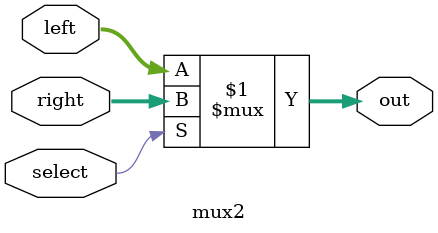
<source format=sv>
/* A two-input multiplexer.
 */
module mux2 #(width=32)
			 (input logic [width-1:0] left, right,
			  input logic select,
			  output logic [width-1:0] out);
	assign out = select ? right : left;
endmodule

</source>
